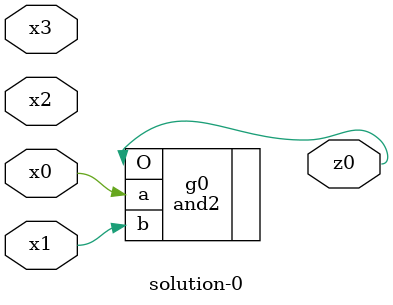
<source format=v>
module \solution-0 (
  x0, x1, x2, x3,
  z0 );
  input x0, x1, x2, x3;
  output z0;
  and2  g0(.a(x0), .b(x1), .O(z0));
endmodule

</source>
